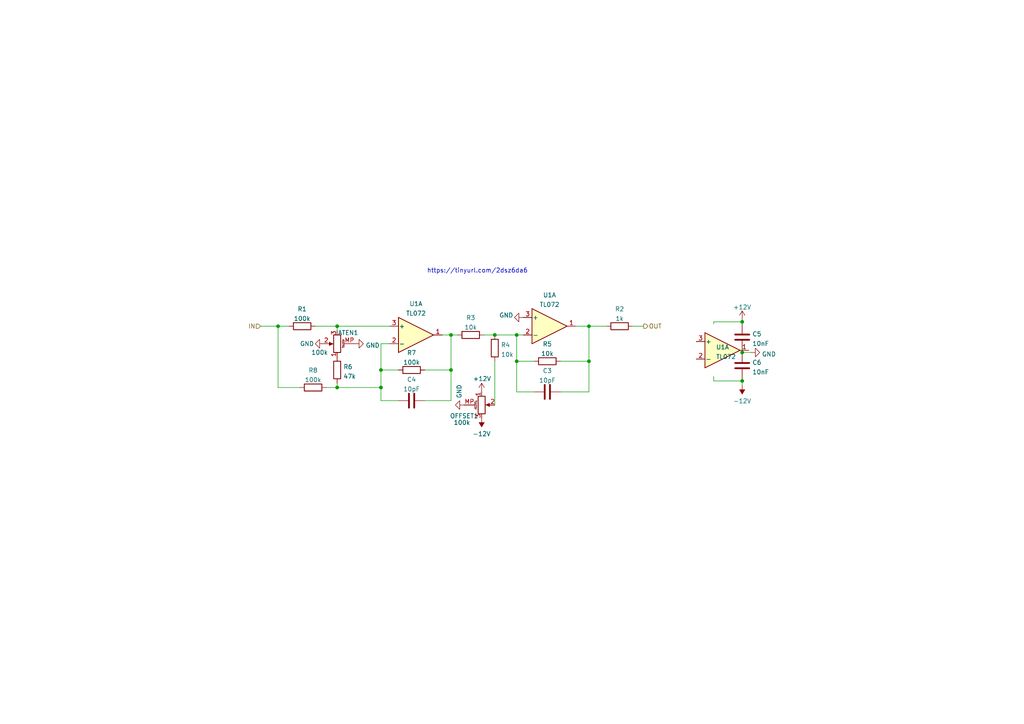
<source format=kicad_sch>
(kicad_sch (version 20211123) (generator eeschema)
  (paper "A4")
  (title_block (title "Triple Annetuverter") (date "2022-07-05") (rev "1.0") (company "RobotDialogs") (comment 1 "This deisgn is by Befaco, see their Dual Attenuverter v2."))
  (lib_symbols
    (symbol "Amplifier_Operational:TL072" (pin_names (offset 0.127))
      (property "Reference" "U" (at 0 5.08 0))
      (property "Value" "TL072" (at 0 -5.08 0))
      (symbol "TL072_1_1"
        (polyline (pts (xy -5.08 5.08) (xy 5.08 0) (xy -5.08 -5.08) (xy -5.08 5.08)) (stroke (width 0.254)) (fill (type background)))
        (pin output line (at 7.62 0 180) (length 2.54) (name "~") (number "1"))
        (pin input line (at -7.62 -2.54 0) (length 2.54) (name "-") (number "2"))
        (pin input line (at -7.62 2.54 0) (length 2.54) (name "+") (number "3"))
      )
      (symbol "TL072_2_1"
        (polyline (pts (xy -5.08 5.08) (xy 5.08 0) (xy -5.08 -5.08) (xy -5.08 5.08)) (stroke (width 0.254)) (fill (type background)))
        (pin input line (at -7.62 2.54 0) (length 2.54) (name "+") (number "5"))
        (pin input line (at -7.62 -2.54 0) (length 2.54) (name "-") (number "6"))
        (pin output line (at 7.62 0 180) (length 2.54) (name "~") (number "7"))
      )
      (symbol "TL072_3_1"
        (pin power_in line (at -2.54 -7.62 90) (length 3.81) (name "V-") (number "4"))
        (pin power_in line (at -2.54 7.62 270) (length 3.81) (name "V+") (number "8"))
      )
    )
    (symbol "Device:C" (pin_numbers hide) (pin_names (offset 0.254))
      (property "Reference" "C" (at 0.635 2.54 0))
      (property "Value" "C" (at 0.635 -2.54 0))
      (symbol "C_0_1"
        (polyline (pts (xy -2.032 -0.762) (xy 2.032 -0.762)) (stroke (width 0.508)))
        (polyline (pts (xy -2.032 0.762) (xy 2.032 0.762)) (stroke (width 0.508)))
      )
      (symbol "C_1_1"
        (pin passive line (at 0 3.81 270) (length 2.794) (name "~") (number "1"))
        (pin passive line (at 0 -3.81 90) (length 2.794) (name "~") (number "2"))
      )
    )
    (symbol "Device:R" (pin_numbers hide) (pin_names (offset 0))
      (property "Reference" "R" (at 2.032 0 90))
      (property "Value" "R" (at 0 0 90))
      (symbol "R_0_1"
        (rectangle (start -1.016 -2.54) (end 1.016 2.54) (stroke (width 0.254)))
      )
      (symbol "R_1_1"
        (pin passive line (at 0 3.81 270) (length 1.27) (name "~") (number "1"))
        (pin passive line (at 0 -3.81 90) (length 1.27) (name "~") (number "2"))
      )
    )
    (symbol "Device:R_Potentiometer_MountingPin" (pin_names (offset 1.016) hide)
      (property "Reference" "RV" (at -8.255 0 90))
      (property "Value" "R_Potentiometer_MountingPin" (at -6.35 0 90))
      (symbol "R_Potentiometer_MountingPin_0_1"
        (polyline (pts (xy 2.54 0) (xy 1.524 0)))
        (polyline (pts (xy 1.143 0) (xy 2.286 0.508) (xy 2.286 -0.508)) (fill (type outline)))
        (rectangle (start 1.016 2.54) (end -1.016 -2.54) (stroke (width 0.254)))
      )
      (symbol "R_Potentiometer_MountingPin_1_1"
        (polyline (pts (xy -2.032 1.016) (xy -2.032 -1.016)) (stroke (width 0.1524)))
        (text "Mounting" (at -1.651 0 900) (effects (font (size 0.381 0.381))))
        (pin passive line (at 0 3.81 270) (length 1.27) (name "1") (number "1"))
        (pin passive line (at 3.81 0 180) (length 1.27) (name "2") (number "2"))
        (pin passive line (at 0 -3.81 90) (length 1.27) (name "3") (number "3"))
        (pin passive line (at -5.08 0 0) (length 3.048) (name "MountPin") (number "MP"))
      )
    )
    (symbol "power:+12V" (power) (pin_names (offset 0))
      (property "Value" "+12V" (at 0 3.556 0))
      (symbol "+12V_0_1"
        (polyline (pts (xy -0.762 1.27) (xy 0 2.54)))
        (polyline (pts (xy 0 0) (xy 0 2.54)))
        (polyline (pts (xy 0 2.54) (xy 0.762 1.27)))
      )
      (symbol "+12V_1_1"
        (pin power_in line (at 0 0 90) (length 0) hide (name "+12V") (number "1"))
      )
    )
    (symbol "power:-12V" (power) (pin_names (offset 0))
      (property "Value" "-12V" (at 0 3.81 0))
      (symbol "-12V_0_0"
        (pin power_in line (at 0 0 90) (length 0) hide (name "-12V") (number "1"))
      )
      (symbol "-12V_0_1"
        (polyline (pts (xy 0 0) (xy 0 1.27) (xy 0.762 1.27) (xy 0 2.54) (xy -0.762 1.27) (xy 0 1.27)) (fill (type outline)))
      )
    )
    (symbol "power:GND" (power) (pin_names (offset 0))
      (property "Value" "GND" (at 0 -3.81 0))
      (symbol "GND_0_1"
        (polyline (pts (xy 0 0) (xy 0 -1.27) (xy 1.27 -1.27) (xy 0 -2.54) (xy -1.27 -1.27) (xy 0 -1.27)))
      )
      (symbol "GND_1_1"
        (pin power_in line (at 0 0 270) (length 0) hide (name "GND") (number "1"))
      )
    )
  )
  (junction (at 149.86 104.775))
  (junction (at 130.81 97.155))
  (junction (at 143.51 97.155))
  (junction (at 97.79 94.615))
  (junction (at 130.81 107.315))
  (junction (at 110.49 107.315))
  (junction (at 170.815 94.615))
  (junction (at 149.86 97.155))
  (junction (at 215.265 110.49))
  (junction (at 215.265 93.345))
  (junction (at 97.79 112.395))
  (junction (at 170.815 104.775))
  (junction (at 215.265 102.235))
  (junction (at 110.49 112.395))
  (junction (at 80.645 94.615))
  (wire (pts (xy 162.56 113.665) (xy 170.815 113.665)))
  (wire (pts (xy 97.79 112.395) (xy 97.79 111.125)))
  (wire (pts (xy 123.19 107.315) (xy 130.81 107.315)))
  (wire (pts (xy 207.01 109.22) (xy 207.01 110.49)))
  (wire (pts (xy 115.57 116.205) (xy 110.49 116.205)))
  (wire (pts (xy 113.03 99.695) (xy 110.49 99.695)))
  (wire (pts (xy 215.265 101.6) (xy 215.265 102.235)))
  (wire (pts (xy 175.895 94.615) (xy 170.815 94.615)))
  (wire (pts (xy 215.265 111.76) (xy 215.265 110.49)))
  (wire (pts (xy 80.645 112.395) (xy 86.995 112.395)))
  (wire (pts (xy 130.81 116.205) (xy 130.81 107.315)))
  (wire (pts (xy 183.515 94.615) (xy 186.69 94.615)))
  (wire (pts (xy 110.49 99.695) (xy 110.49 107.315)))
  (wire (pts (xy 75.565 94.615) (xy 80.645 94.615)))
  (wire (pts (xy 132.715 97.155) (xy 130.81 97.155)))
  (wire (pts (xy 130.81 107.315) (xy 130.81 97.155)))
  (wire (pts (xy 80.645 94.615) (xy 83.82 94.615)))
  (wire (pts (xy 110.49 116.205) (xy 110.49 112.395)))
  (wire (pts (xy 143.51 97.155) (xy 149.86 97.155)))
  (wire (pts (xy 91.44 94.615) (xy 97.79 94.615)))
  (wire (pts (xy 123.19 116.205) (xy 130.81 116.205)))
  (wire (pts (xy 207.01 110.49) (xy 215.265 110.49)))
  (wire (pts (xy 215.265 93.345) (xy 215.265 92.71)))
  (wire (pts (xy 162.56 104.775) (xy 170.815 104.775)))
  (wire (pts (xy 97.79 94.615) (xy 113.03 94.615)))
  (wire (pts (xy 215.265 93.345) (xy 215.265 93.98)))
  (wire (pts (xy 110.49 107.315) (xy 115.57 107.315)))
  (wire (pts (xy 170.815 113.665) (xy 170.815 104.775)))
  (wire (pts (xy 149.86 97.155) (xy 149.86 104.775)))
  (wire (pts (xy 149.86 104.775) (xy 154.94 104.775)))
  (wire (pts (xy 97.79 94.615) (xy 97.79 95.885)))
  (wire (pts (xy 215.265 110.49) (xy 215.265 109.855)))
  (wire (pts (xy 149.86 104.775) (xy 149.86 113.665)))
  (wire (pts (xy 151.765 97.155) (xy 149.86 97.155)))
  (wire (pts (xy 94.615 112.395) (xy 97.79 112.395)))
  (wire (pts (xy 97.79 112.395) (xy 110.49 112.395)))
  (wire (pts (xy 170.815 94.615) (xy 167.005 94.615)))
  (wire (pts (xy 130.81 97.155) (xy 128.27 97.155)))
  (wire (pts (xy 143.51 104.775) (xy 143.51 117.475)))
  (wire (pts (xy 170.815 104.775) (xy 170.815 94.615)))
  (wire (pts (xy 143.51 97.155) (xy 140.335 97.155)))
  (wire (pts (xy 207.01 93.345) (xy 207.01 93.98)))
  (wire (pts (xy 80.645 94.615) (xy 80.645 112.395)))
  (wire (pts (xy 207.01 93.345) (xy 215.265 93.345)))
  (wire (pts (xy 110.49 112.395) (xy 110.49 107.315)))
  (wire (pts (xy 149.86 113.665) (xy 154.94 113.665)))
  (wire (pts (xy 215.265 102.235) (xy 217.805 102.235)))
  (text "https://tinyurl.com/2dsz6da6" (at 123.825 79.375 0) (effects (font (size 1.27 1.27)) (justify left bottom)))
  (hierarchical_label "OUT" (shape output) (at 186.69 94.615 0))
  (hierarchical_label "IN" (shape input) (at 75.565 94.615 180))
  (symbol (lib_id "power:GND") (at 134.62 117.475 270)
    (property "Reference" "#PWR012" (effects hide))
    (property "Value" "GND" (at 133.194 115.57 0) (effects (justify right)))
  )
  (symbol (lib_id "Device:R") (at 119.38 107.315 90)
    (property "Reference" "R7" (at 119.38 102.3325 90))
    (property "Value" "100k" (at 119.38 105.1076 90))
    (property "Footprint" "Resistor_SMD:R_1206_3216Metric_Pad1.30x1.75mm_HandSolder" (effects hide))
  )
  (symbol (lib_id "Device:C") (at 215.265 97.79 0)
    (property "Reference" "C5" (at 218.186 96.8815 0) (effects (justify left)))
    (property "Value" "10nF" (at 218.186 99.6566 0) (effects (justify left)))
    (property "Footprint" "Capacitor_SMD:C_1206_3216Metric_Pad1.33x1.80mm_HandSolder" (effects hide))
  )
  (symbol (lib_id "power:GND") (at 93.98 99.695 270)
    (property "Reference" "#PWR09" (effects hide))
    (property "Value" "GND" (at 86.995 99.695 90) (effects (justify left)))
  )
  (symbol (lib_id "power:GND") (at 102.87 99.695 90)
    (property "Reference" "#PWR010" (effects hide))
    (property "Value" "GND" (at 106.045 100.174 90) (effects (justify right)))
  )
  (symbol (lib_id "Device:C") (at 119.38 116.205 90)
    (property "Reference" "C4" (at 119.38 110.0795 90))
    (property "Value" "10pF" (at 119.38 112.8546 90))
    (property "Footprint" "Capacitor_SMD:C_1206_3216Metric_Pad1.33x1.80mm_HandSolder" (effects hide))
  )
  (symbol (lib_id "Device:R") (at 179.705 94.615 270)
    (property "Reference" "R2" (at 179.705 89.6325 90))
    (property "Value" "1k" (at 179.705 92.4076 90))
    (property "Footprint" "Resistor_SMD:R_1206_3216Metric_Pad1.30x1.75mm_HandSolder" (effects hide))
  )
  (symbol (lib_id "Device:R") (at 87.63 94.615 270)
    (property "Reference" "R1" (at 87.63 89.6325 90))
    (property "Value" "100k" (at 87.63 92.4076 90))
    (property "Footprint" "Resistor_SMD:R_1206_3216Metric_Pad1.30x1.75mm_HandSolder" (effects hide))
  )
  (symbol (lib_id "power:+12V") (at 139.7 113.665 0)
    (property "Reference" "#PWR011" (effects hide))
    (property "Value" "+12V" (at 137.16 109.855 0) (effects (justify left)))
  )
  (symbol (lib_id "power:GND") (at 151.765 92.075 270)
    (property "Reference" "#PWR06" (effects hide))
    (property "Value" "GND" (at 144.78 91.44 90) (effects (justify left)))
  )
  (symbol (lib_id "power:-12V") (at 215.265 111.76 180)
    (property "Reference" "#PWR05" (effects hide))
    (property "Value" "-12V" (at 215.265 116.3225 0))
  )
  (symbol (lib_id "Amplifier_Operational:TL072") (at 120.65 97.155 0)
    (property "Reference" "U1" (at 120.65 88.1085 0))
    (property "Value" "TL072" (at 120.65 90.8836 0))
    (property "Footprint" "Package_DIP:DIP-8_W7.62mm_Socket_LongPads" (effects hide))
    (property "Datasheet" "http://www.ti.com/lit/ds/symlink/tl071.pdf" (effects hide))
  )
  (symbol (lib_id "Device:R") (at 158.75 104.775 270)
    (property "Reference" "R5" (at 158.75 99.7925 90))
    (property "Value" "10k" (at 158.75 102.5676 90))
    (property "Footprint" "Resistor_SMD:R_1206_3216Metric_Pad1.30x1.75mm_HandSolder" (effects hide))
  )
  (symbol (lib_id "Device:R") (at 97.79 107.315 180)
    (property "Reference" "R6" (at 99.568 106.4065 0) (effects (justify right)))
    (property "Value" "47k" (at 99.568 109.1816 0) (effects (justify right)))
    (property "Footprint" "Resistor_SMD:R_1206_3216Metric_Pad1.30x1.75mm_HandSolder" (effects hide))
  )
  (symbol (lib_id "Device:R_Potentiometer_MountingPin") (at 139.7 117.475 0)
    (property "Reference" "OFFSET1" (at 134.62 120.65 0))
    (property "Value" "100k" (at 133.985 122.555 0))
    (property "Footprint" "My Stuff:Potentiometer_Alpha_RD901F-40-00D_Single_Vertical_w_3d" (effects hide))
  )
  (symbol (lib_id "Device:C") (at 215.265 106.045 0)
    (property "Reference" "C6" (at 218.186 105.1365 0) (effects (justify left)))
    (property "Value" "10nF" (at 218.186 107.9116 0) (effects (justify left)))
    (property "Footprint" "Capacitor_SMD:C_1206_3216Metric_Pad1.33x1.80mm_HandSolder" (effects hide))
  )
  (symbol (lib_id "Device:C") (at 158.75 113.665 90)
    (property "Reference" "C3" (at 158.75 107.5395 90))
    (property "Value" "10pF" (at 158.75 110.3146 90))
    (property "Footprint" "Capacitor_SMD:C_1206_3216Metric_Pad1.33x1.80mm_HandSolder" (effects hide))
  )
  (symbol (lib_id "Amplifier_Operational:TL072") (at 159.385 94.615 0)
    (property "Reference" "U1" (at 159.385 85.5685 0))
    (property "Value" "TL072" (at 159.385 88.3436 0))
    (property "Footprint" "Package_DIP:DIP-8_W7.62mm_Socket_LongPads" (effects hide))
    (property "Datasheet" "http://www.ti.com/lit/ds/symlink/tl071.pdf" (effects hide))
  )
  (symbol (lib_id "Amplifier_Operational:TL072") (at 209.55 101.6 0)
    (property "Reference" "U1" (at 207.645 100.6915 0) (effects (justify left)))
    (property "Value" "TL072" (at 207.645 103.4666 0) (effects (justify left)))
    (property "Footprint" "Package_DIP:DIP-8_W7.62mm_Socket_LongPads" (effects hide))
    (property "Datasheet" "http://www.ti.com/lit/ds/symlink/tl071.pdf" (effects hide))
  )
  (symbol (lib_id "Device:R_Potentiometer_MountingPin") (at 97.79 99.695 180)
    (property "Reference" "ATEN1" (at 100.965 96.52 0))
    (property "Value" "100k" (at 92.71 102.235 0))
    (property "Footprint" "My Stuff:Potentiometer_Alpha_RD901F-40-00D_Single_Vertical_w_3d" (effects hide))
  )
  (symbol (lib_id "Device:R") (at 90.805 112.395 90)
    (property "Reference" "R8" (at 90.805 107.4125 90))
    (property "Value" "100k" (at 90.805 110.1876 90))
    (property "Footprint" "Resistor_SMD:R_1206_3216Metric_Pad1.30x1.75mm_HandSolder" (effects hide))
  )
  (symbol (lib_id "power:-12V") (at 139.7 121.285 180)
    (property "Reference" "#PWR013" (effects hide))
    (property "Value" "-12V" (at 139.7 125.8475 0))
  )
  (symbol (lib_id "power:GND") (at 217.805 102.235 90)
    (property "Reference" "#PWR02" (effects hide))
    (property "Value" "GND" (at 220.98 102.714 90) (effects (justify right)))
  )
  (symbol (lib_id "power:+12V") (at 215.265 92.71 0)
    (property "Reference" "#PWR01" (effects hide))
    (property "Value" "+12V" (at 215.265 89.1055 0))
  )
  (symbol (lib_id "Device:R") (at 136.525 97.155 90)
    (property "Reference" "R3" (at 136.525 92.1725 90))
    (property "Value" "10k" (at 136.525 94.9476 90))
    (property "Footprint" "Resistor_SMD:R_1206_3216Metric_Pad1.30x1.75mm_HandSolder" (effects hide))
  )
  (symbol (lib_id "Device:R") (at 143.51 100.965 180)
    (property "Reference" "R4" (at 145.288 100.0565 0) (effects (justify right)))
    (property "Value" "10k" (at 145.288 102.8316 0) (effects (justify right)))
    (property "Footprint" "Resistor_SMD:R_1206_3216Metric_Pad1.30x1.75mm_HandSolder" (effects hide))
  )
)
</source>
